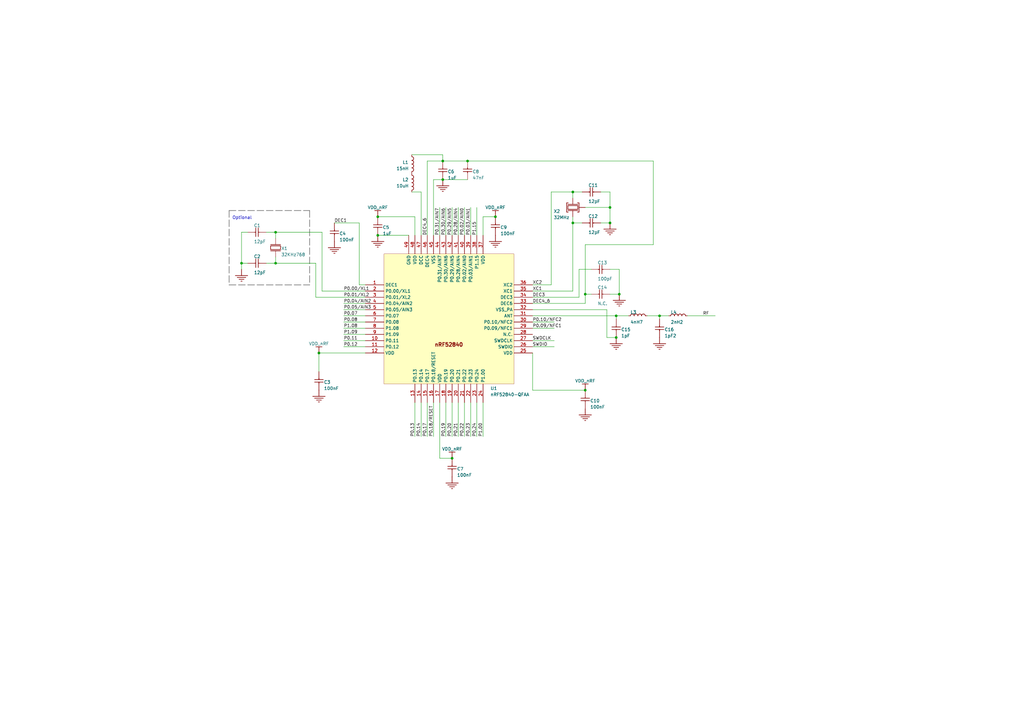
<source format=kicad_sch>
(kicad_sch (version 20231120) (generator "eeschema") (generator_version "8.0")
  (paper "A3")
  (lib_symbols
    (symbol "first_kicad_project-altium-import:GND_POWER_GROUND" (power)
      (property "Reference" "#PWR" (at 0 0 0))
      (property "Value" "GND" (at 0 6.35 0))
      (symbol "GND_POWER_GROUND_0_0"
        (polyline (pts (xy -2.54 -2.54) (xy 2.54 -2.54)) (stroke (width 0.254)))
        (polyline (pts (xy -1.778 -3.302) (xy 1.778 -3.302)) (stroke (width 0.254)))
        (polyline (pts (xy -1.016 -4.064) (xy 1.016 -4.064)) (stroke (width 0.254)))
        (polyline (pts (xy -0.254 -4.826) (xy 0.254 -4.826)) (stroke (width 0.254)))
        (polyline (pts (xy 0 0) (xy 0 -2.54)) (stroke (width 0.254)))
        (pin power_in line (at 0 0 0) (length 0) hide (name "GND") (number ""))
      )
    )
    (symbol "first_kicad_project-altium-import:VDD_nRF_BAR" (power)
      (property "Reference" "#PWR" (at 0 0 0))
      (property "Value" "VDD_nRF" (at 0 3.81 0))
      (symbol "VDD_nRF_BAR_0_0"
        (polyline (pts (xy -1.27 -2.54) (xy 1.27 -2.54)) (stroke (width 0.254)))
        (polyline (pts (xy 0 0) (xy 0 -2.54)) (stroke (width 0.254)))
        (pin power_in line (at 0 0 0) (length 0) hide (name "VDD_nRF") (number ""))
      )
    )
    (symbol "first_kicad_project-altium-import:root_0_CAP"
      (symbol "root_0_CAP_1_0"
        (polyline (pts (xy 3.302 -1.778) (xy 3.302 1.778)) (stroke (width 0.254)))
        (polyline (pts (xy 3.302 0) (xy 2.794 0)) (stroke (width 0.254)))
        (polyline (pts (xy 4.318 -1.778) (xy 4.318 1.778)) (stroke (width 0.254)))
        (polyline (pts (xy 4.318 0) (xy 4.826 0)) (stroke (width 0.254)))
        (pin passive line (at 0 0 0) (length 3.302) (name "1") (number "1"))
        (pin passive line (at 7.62 0 180) (length 3.302) (name "2") (number "2"))
      )
    )
    (symbol "first_kicad_project-altium-import:root_0_IND"
      (symbol "root_0_IND_1_0"
        (arc (start 2.286 0) (mid 1.524 0.762) (end 0.762 0) (stroke (width 0.254)))
        (arc (start 3.81 0) (mid 3.048 0.762) (end 2.286 0) (stroke (width 0.254)))
        (arc (start 5.334 0) (mid 4.572 0.762) (end 3.81 0) (stroke (width 0.254)))
        (arc (start 6.858 0) (mid 6.096 0.762) (end 5.334 0) (stroke (width 0.254)))
        (pin passive line (at 0 0 0) (length 0.762) (name "1") (number "1"))
        (pin passive line (at 7.62 0 180) (length 0.762) (name "2") (number "2"))
      )
    )
    (symbol "first_kicad_project-altium-import:root_0_nRF52840_QFAA"
      (symbol "root_0_nRF52840_QFAA_1_0"
        (rectangle (start 53.34 53.34) (end 0 0) (stroke (width 0.0254) (color 128 0 0 1)) (fill (type background)))
        (text "nRF52840" (at 20.681 15.24 0) (effects (font (size 1.524 1.524) (bold yes)) (justify left bottom)))
        (pin power_in line (at -7.62 40.64 0) (length 7.62) (name "DEC1") (number "1"))
        (pin bidirectional line (at -7.62 17.78 0) (length 7.62) (name "P0.11") (number "10"))
        (pin bidirectional line (at -7.62 15.24 0) (length 7.62) (name "P0.12") (number "11"))
        (pin power_in line (at -7.62 12.7 0) (length 7.62) (name "VDD") (number "12"))
        (pin bidirectional line (at 12.7 -7.62 90) (length 7.62) (name "P0.13") (number "13"))
        (pin bidirectional line (at 15.24 -7.62 90) (length 7.62) (name "P0.14") (number "14"))
        (pin bidirectional line (at 17.78 -7.62 90) (length 7.62) (name "P0.17") (number "15"))
        (pin bidirectional line (at 20.32 -7.62 90) (length 7.62) (name "P0.18/RESET") (number "16"))
        (pin power_in line (at 22.86 -7.62 90) (length 7.62) (name "VDD") (number "17"))
        (pin bidirectional line (at 25.4 -7.62 90) (length 7.62) (name "P0.19") (number "18"))
        (pin bidirectional line (at 27.94 -7.62 90) (length 7.62) (name "P0.20") (number "19"))
        (pin bidirectional line (at -7.62 38.1 0) (length 7.62) (name "P0.00/XL1") (number "2"))
        (pin bidirectional line (at 30.48 -7.62 90) (length 7.62) (name "P0.21") (number "20"))
        (pin bidirectional line (at 33.02 -7.62 90) (length 7.62) (name "P0.22") (number "21"))
        (pin bidirectional line (at 35.56 -7.62 90) (length 7.62) (name "P0.23") (number "22"))
        (pin bidirectional line (at 38.1 -7.62 90) (length 7.62) (name "P0.24") (number "23"))
        (pin bidirectional line (at 40.64 -7.62 90) (length 7.62) (name "P1.00") (number "24"))
        (pin power_in line (at 60.96 12.7 180) (length 7.62) (name "VDD") (number "25"))
        (pin input line (at 60.96 15.24 180) (length 7.62) (name "SWDIO") (number "26"))
        (pin bidirectional line (at 60.96 17.78 180) (length 7.62) (name "SWDCLK") (number "27"))
        (pin passive line (at 60.96 20.32 180) (length 7.62) (name "N.C.") (number "28"))
        (pin bidirectional line (at 60.96 22.86 180) (length 7.62) (name "P0.09/NFC1") (number "29"))
        (pin bidirectional line (at -7.62 35.56 0) (length 7.62) (name "P0.01/XL2") (number "3"))
        (pin bidirectional line (at 60.96 25.4 180) (length 7.62) (name "P0.10/NFC2") (number "30"))
        (pin bidirectional line (at 60.96 27.94 180) (length 7.62) (name "ANT") (number "31"))
        (pin power_in line (at 60.96 30.48 180) (length 7.62) (name "VSS_PA") (number "32"))
        (pin power_in line (at 60.96 33.02 180) (length 7.62) (name "DEC6") (number "33"))
        (pin power_in line (at 60.96 35.56 180) (length 7.62) (name "DEC3") (number "34"))
        (pin input line (at 60.96 38.1 180) (length 7.62) (name "XC1") (number "35"))
        (pin output line (at 60.96 40.64 180) (length 7.62) (name "XC2") (number "36"))
        (pin power_in line (at 40.64 60.96 270) (length 7.62) (name "VDD") (number "37"))
        (pin bidirectional line (at 38.1 60.96 270) (length 7.62) (name "P1.15") (number "38"))
        (pin bidirectional line (at 35.56 60.96 270) (length 7.62) (name "P0.03/AIN1") (number "39"))
        (pin bidirectional line (at -7.62 33.02 0) (length 7.62) (name "P0.04/AIN2") (number "4"))
        (pin bidirectional line (at 33.02 60.96 270) (length 7.62) (name "P0.02/AIN0") (number "40"))
        (pin bidirectional line (at 30.48 60.96 270) (length 7.62) (name "P0.28/AIN4") (number "41"))
        (pin bidirectional line (at 27.94 60.96 270) (length 7.62) (name "P0.29/AIN5") (number "42"))
        (pin bidirectional line (at 25.4 60.96 270) (length 7.62) (name "P0.30/AIN6") (number "43"))
        (pin bidirectional line (at 22.86 60.96 270) (length 7.62) (name "P0.31/AIN7") (number "44"))
        (pin power_in line (at 20.32 60.96 270) (length 7.62) (name "VSS") (number "45"))
        (pin power_in line (at 17.78 60.96 270) (length 7.62) (name "DEC4") (number "46"))
        (pin output line (at 15.24 60.96 270) (length 7.62) (name "DCC") (number "47"))
        (pin power_in line (at 12.7 60.96 270) (length 7.62) (name "VDD") (number "48"))
        (pin power_in line (at -7.62 -7.62 0) (length 7.62) hide (name "GND") (number "49"))
        (pin power_in line (at 10.16 60.96 270) (length 7.62) (name "GND") (number "49"))
        (pin bidirectional line (at -7.62 30.48 0) (length 7.62) (name "P0.05/AIN3") (number "5"))
        (pin bidirectional line (at -7.62 27.94 0) (length 7.62) (name "P0.07") (number "6"))
        (pin bidirectional line (at -7.62 25.4 0) (length 7.62) (name "P0.08") (number "7"))
        (pin bidirectional line (at -7.62 22.86 0) (length 7.62) (name "P1.08") (number "8"))
        (pin bidirectional line (at -7.62 20.32 0) (length 7.62) (name "P1.09") (number "9"))
      )
    )
    (symbol "first_kicad_project-altium-import:root_1_CAP"
      (symbol "root_1_CAP_1_0"
        (polyline (pts (xy 0 3.302) (xy 0 2.794)) (stroke (width 0.254)))
        (polyline (pts (xy 0 4.318) (xy 0 4.826)) (stroke (width 0.254)))
        (polyline (pts (xy 1.778 3.302) (xy -1.778 3.302)) (stroke (width 0.254)))
        (polyline (pts (xy 1.778 4.318) (xy -1.778 4.318)) (stroke (width 0.254)))
        (pin passive line (at 0 0 90) (length 3.302) (name "1") (number "1"))
        (pin passive line (at 0 7.62 270) (length 3.302) (name "2") (number "2"))
      )
    )
    (symbol "first_kicad_project-altium-import:root_1_XTAL_4-pin_NT"
      (symbol "root_1_XTAL_4-pin_NT_1_0"
        (polyline (pts (xy -2.032 2.54) (xy 2.032 2.54)) (stroke (width 0.254)))
        (polyline (pts (xy -2.032 5.08) (xy 2.032 5.08)) (stroke (width 0.254)))
        (polyline (pts (xy -1.905 1.905) (xy -2.54 1.905) (xy -2.54 5.715) (xy -1.905 5.715)) (stroke (width 0.254)))
        (polyline (pts (xy 1.905 1.905) (xy 2.54 1.905) (xy 2.54 5.715) (xy 1.905 5.715)) (stroke (width 0.254)))
        (polyline (pts (xy 2.032 4.572) (xy -2.032 4.572) (xy -2.032 3.048) (xy 2.032 3.048) (xy 2.032 4.572)) (stroke (width 0.254)))
        (pin passive line (at 0 0 90) (length 2.54) (name "IN") (number "1"))
        (pin passive line (at 5.08 3.81 180) (length 2.54) (name "GND") (number "2"))
        (pin passive line (at 0 7.62 270) (length 2.54) (name "OUT") (number "3"))
      )
    )
    (symbol "first_kicad_project-altium-import:root_2_CAP"
      (symbol "root_2_CAP_1_0"
        (polyline (pts (xy -4.318 0) (xy -4.826 0)) (stroke (width 0.254)))
        (polyline (pts (xy -4.318 1.778) (xy -4.318 -1.778)) (stroke (width 0.254)))
        (polyline (pts (xy -3.302 0) (xy -2.794 0)) (stroke (width 0.254)))
        (polyline (pts (xy -3.302 1.778) (xy -3.302 -1.778)) (stroke (width 0.254)))
        (pin passive line (at 0 0 180) (length 3.302) (name "1") (number "1"))
        (pin passive line (at -7.62 0 0) (length 3.302) (name "2") (number "2"))
      )
    )
    (symbol "first_kicad_project-altium-import:root_3_CAP"
      (symbol "root_3_CAP_1_0"
        (polyline (pts (xy -1.778 -4.318) (xy 1.778 -4.318)) (stroke (width 0.254)))
        (polyline (pts (xy -1.778 -3.302) (xy 1.778 -3.302)) (stroke (width 0.254)))
        (polyline (pts (xy 0 -4.318) (xy 0 -4.826)) (stroke (width 0.254)))
        (polyline (pts (xy 0 -3.302) (xy 0 -2.794)) (stroke (width 0.254)))
        (pin passive line (at 0 0 270) (length 3.302) (name "1") (number "1"))
        (pin passive line (at 0 -7.62 90) (length 3.302) (name "2") (number "2"))
      )
    )
    (symbol "first_kicad_project-altium-import:root_3_IND"
      (symbol "root_3_IND_1_0"
        (arc (start 0 -6.858) (mid 0.762 -6.096) (end 0 -5.334) (stroke (width 0.254)))
        (arc (start 0 -5.334) (mid 0.762 -4.572) (end 0 -3.81) (stroke (width 0.254)))
        (arc (start 0 -3.81) (mid 0.762 -3.048) (end 0 -2.286) (stroke (width 0.254)))
        (arc (start 0 -2.286) (mid 0.762 -1.524) (end 0 -0.762) (stroke (width 0.254)))
        (pin passive line (at 0 0 270) (length 0.762) (name "1") (number "1"))
        (pin passive line (at 0 -7.62 90) (length 0.762) (name "2") (number "2"))
      )
    )
    (symbol "first_kicad_project-altium-import:root_3_XTAL_2-pin"
      (symbol "root_3_XTAL_2-pin_1_0"
        (polyline (pts (xy 2.032 -5.08) (xy -2.032 -5.08)) (stroke (width 0.254)))
        (polyline (pts (xy 2.032 -2.54) (xy -2.032 -2.54)) (stroke (width 0.254)))
        (polyline (pts (xy -2.032 -4.572) (xy 2.032 -4.572) (xy 2.032 -3.048) (xy -2.032 -3.048) (xy -2.032 -4.572)) (stroke (width 0.254)))
        (pin passive line (at 0 0 270) (length 2.54) (name "inp") (number "1"))
        (pin passive line (at 0 -7.62 90) (length 2.54) (name "out") (number "2"))
      )
    )
  )
  (junction (at 252.73 138.43))
  (junction (at 113.03 107.95))
  (junction (at 191.77 66.04))
  (junction (at 99.06 107.95))
  (junction (at 185.42 187.96))
  (junction (at 154.94 88.9))
  (junction (at 234.95 91.44))
  (junction (at 250.19 85.09))
  (junction (at 181.61 73.66))
  (junction (at 234.95 78.74))
  (junction (at 240.03 160.02))
  (junction (at 254 120.65))
  (junction (at 154.94 96.52))
  (junction (at 130.81 144.78))
  (junction (at 252.73 129.54))
  (junction (at 113.03 95.25))
  (junction (at 240.03 120.65))
  (junction (at 270.51 129.54))
  (junction (at 250.19 91.44))
  (junction (at 203.2 88.9))
  (junction (at 181.61 66.04))
  (wire (pts (xy 226.06 78.74) (xy 234.95 78.74)))
  (wire (pts (xy 250.19 78.74) (xy 246.38 78.74)))
  (wire (pts (xy 182.88 96.52) (xy 182.88 85.09)))
  (polyline (pts (xy 93.98 86.36) (xy 93.98 116.84)) (stroke (width 0.254) (type dash) (color 112 112 112 1)))
  (wire (pts (xy 175.26 96.52) (xy 175.26 66.04)))
  (wire (pts (xy 132.08 95.25) (xy 113.03 95.25)))
  (polyline (pts (xy 93.98 116.84) (xy 127 116.84)) (stroke (width 0.254) (type dash) (color 112 112 112 1)))
  (wire (pts (xy 237.49 110.49) (xy 242.57 110.49)))
  (wire (pts (xy 181.61 73.66) (xy 191.77 73.66)))
  (wire (pts (xy 237.49 121.92) (xy 237.49 110.49)))
  (wire (pts (xy 218.44 134.62) (xy 227.33 134.62)))
  (wire (pts (xy 254 110.49) (xy 250.19 110.49)))
  (wire (pts (xy 172.72 96.52) (xy 172.72 78.74)))
  (wire (pts (xy 154.94 88.9) (xy 170.18 88.9)))
  (wire (pts (xy 190.5 179.07) (xy 190.5 165.1)))
  (wire (pts (xy 132.08 119.38) (xy 132.08 95.25)))
  (wire (pts (xy 234.95 91.44) (xy 234.95 119.38)))
  (wire (pts (xy 218.44 116.84) (xy 226.06 116.84)))
  (wire (pts (xy 238.76 91.44) (xy 234.95 91.44)))
  (wire (pts (xy 242.57 120.65) (xy 240.03 120.65)))
  (wire (pts (xy 175.26 179.07) (xy 175.26 165.1)))
  (wire (pts (xy 182.88 179.07) (xy 182.88 165.1)))
  (wire (pts (xy 281.94 129.54) (xy 293.37 129.54)))
  (wire (pts (xy 149.86 132.08) (xy 140.97 132.08)))
  (wire (pts (xy 185.42 187.96) (xy 180.34 187.96)))
  (wire (pts (xy 270.51 129.54) (xy 270.51 130.81)))
  (wire (pts (xy 198.12 179.07) (xy 198.12 165.1)))
  (wire (pts (xy 181.61 66.04) (xy 181.61 63.5)))
  (wire (pts (xy 185.42 179.07) (xy 185.42 165.1)))
  (polyline (pts (xy 93.98 86.36) (xy 127 86.36)) (stroke (width 0.254) (type dash) (color 112 112 112 1)))
  (wire (pts (xy 218.44 160.02) (xy 240.03 160.02)))
  (wire (pts (xy 99.06 110.49) (xy 99.06 107.95)))
  (wire (pts (xy 149.86 142.24) (xy 140.97 142.24)))
  (wire (pts (xy 185.42 96.52) (xy 185.42 85.09)))
  (wire (pts (xy 172.72 78.74) (xy 168.91 78.74)))
  (wire (pts (xy 270.51 129.54) (xy 274.32 129.54)))
  (wire (pts (xy 267.97 100.33) (xy 240.03 100.33)))
  (wire (pts (xy 109.22 107.95) (xy 113.03 107.95)))
  (wire (pts (xy 218.44 121.92) (xy 237.49 121.92)))
  (wire (pts (xy 265.43 129.54) (xy 270.51 129.54)))
  (wire (pts (xy 113.03 107.95) (xy 129.54 107.95)))
  (wire (pts (xy 234.95 78.74) (xy 238.76 78.74)))
  (wire (pts (xy 147.32 116.84) (xy 149.86 116.84)))
  (wire (pts (xy 195.58 179.07) (xy 195.58 165.1)))
  (wire (pts (xy 252.73 129.54) (xy 252.73 130.81)))
  (wire (pts (xy 218.44 139.7) (xy 227.33 139.7)))
  (wire (pts (xy 193.04 179.07) (xy 193.04 165.1)))
  (polyline (pts (xy 127 86.36) (xy 127 116.84)) (stroke (width 0.254) (type dash) (color 112 112 112 1)))
  (wire (pts (xy 218.44 127) (xy 248.92 127)))
  (wire (pts (xy 113.03 97.79) (xy 113.03 95.25)))
  (wire (pts (xy 187.96 96.52) (xy 187.96 85.09)))
  (wire (pts (xy 149.86 137.16) (xy 140.97 137.16)))
  (wire (pts (xy 180.34 96.52) (xy 180.34 85.09)))
  (wire (pts (xy 149.86 129.54) (xy 140.97 129.54)))
  (wire (pts (xy 149.86 134.62) (xy 140.97 134.62)))
  (wire (pts (xy 129.54 107.95) (xy 129.54 121.92)))
  (wire (pts (xy 240.03 85.09) (xy 250.19 85.09)))
  (wire (pts (xy 99.06 107.95) (xy 101.6 107.95)))
  (wire (pts (xy 113.03 95.25) (xy 109.22 95.25)))
  (wire (pts (xy 248.92 127) (xy 248.92 138.43)))
  (wire (pts (xy 170.18 179.07) (xy 170.18 165.1)))
  (wire (pts (xy 254 120.65) (xy 254 110.49)))
  (wire (pts (xy 177.8 73.66) (xy 181.61 73.66)))
  (wire (pts (xy 149.86 144.78) (xy 130.81 144.78)))
  (wire (pts (xy 187.96 179.07) (xy 187.96 165.1)))
  (wire (pts (xy 248.92 138.43) (xy 252.73 138.43)))
  (wire (pts (xy 149.86 124.46) (xy 140.97 124.46)))
  (wire (pts (xy 234.95 119.38) (xy 218.44 119.38)))
  (wire (pts (xy 250.19 85.09) (xy 250.19 78.74)))
  (wire (pts (xy 257.81 129.54) (xy 252.73 129.54)))
  (wire (pts (xy 246.38 91.44) (xy 250.19 91.44)))
  (wire (pts (xy 147.32 91.44) (xy 147.32 116.84)))
  (wire (pts (xy 240.03 100.33) (xy 240.03 120.65)))
  (wire (pts (xy 181.61 63.5) (xy 168.91 63.5)))
  (wire (pts (xy 240.03 120.65) (xy 240.03 124.46)))
  (wire (pts (xy 191.77 66.04) (xy 267.97 66.04)))
  (wire (pts (xy 149.86 127) (xy 140.97 127)))
  (wire (pts (xy 99.06 95.25) (xy 101.6 95.25)))
  (wire (pts (xy 177.8 96.52) (xy 177.8 73.66)))
  (wire (pts (xy 181.61 66.04) (xy 191.77 66.04)))
  (wire (pts (xy 218.44 142.24) (xy 227.33 142.24)))
  (wire (pts (xy 149.86 119.38) (xy 132.08 119.38)))
  (wire (pts (xy 234.95 88.9) (xy 234.95 91.44)))
  (wire (pts (xy 180.34 187.96) (xy 180.34 165.1)))
  (wire (pts (xy 267.97 66.04) (xy 267.97 100.33)))
  (wire (pts (xy 130.81 144.78) (xy 130.81 152.4)))
  (wire (pts (xy 129.54 121.92) (xy 149.86 121.92)))
  (wire (pts (xy 167.64 96.52) (xy 154.94 96.52)))
  (wire (pts (xy 198.12 88.9) (xy 203.2 88.9)))
  (wire (pts (xy 99.06 107.95) (xy 99.06 95.25)))
  (wire (pts (xy 177.8 179.07) (xy 177.8 165.1)))
  (wire (pts (xy 226.06 116.84) (xy 226.06 78.74)))
  (wire (pts (xy 250.19 120.65) (xy 254 120.65)))
  (wire (pts (xy 113.03 107.95) (xy 113.03 105.41)))
  (wire (pts (xy 193.04 85.09) (xy 193.04 96.52)))
  (wire (pts (xy 240.03 124.46) (xy 218.44 124.46)))
  (wire (pts (xy 175.26 66.04) (xy 181.61 66.04)))
  (wire (pts (xy 195.58 96.52) (xy 195.58 85.09)))
  (wire (pts (xy 252.73 129.54) (xy 218.44 129.54)))
  (wire (pts (xy 250.19 91.44) (xy 250.19 85.09)))
  (wire (pts (xy 137.16 91.44) (xy 147.32 91.44)))
  (wire (pts (xy 218.44 144.78) (xy 218.44 160.02)))
  (wire (pts (xy 170.18 88.9) (xy 170.18 96.52)))
  (wire (pts (xy 149.86 139.7) (xy 140.97 139.7)))
  (wire (pts (xy 172.72 179.07) (xy 172.72 165.1)))
  (wire (pts (xy 190.5 96.52) (xy 190.5 85.09)))
  (wire (pts (xy 198.12 96.52) (xy 198.12 88.9)))
  (wire (pts (xy 218.44 132.08) (xy 227.33 132.08)))
  (wire (pts (xy 234.95 78.74) (xy 234.95 81.28)))
  (image (at 184.15 130.084) (scale 0.116334))
  (text "Optional" (at 95.25 90.17 0) (effects (font (size 1.27 1.27)) (justify left bottom)))
  (label "P0.31/AIN7" (at 180.34 96.52 90))
  (label "DEC4_6" (at 175.26 96.52 90))
  (label "P0.17" (at 175.26 179.07 90))
  (label "P0.13" (at 170.18 179.07 90))
  (label "P0.02/AIN0" (at 190.5 96.52 90))
  (label "P0.08" (at 140.97 132.08 0))
  (label "P0.01/XL2" (at 140.97 121.92 0))
  (label "P0.03/AIN1" (at 193.04 96.52 90))
  (label "DEC1" (at 137.16 91.44 0))
  (label "P1.15" (at 195.58 96.52 90))
  (label "P0.23" (at 193.04 179.07 90))
  (label "DEC3" (at 218.44 121.92 0))
  (label "P0.14" (at 172.72 179.07 90))
  (label "P0.30/AIN6" (at 182.88 96.52 90))
  (label "P0.05/AIN3" (at 140.97 127 0))
  (label "P1.09" (at 140.97 137.16 0))
  (label "P0.07" (at 140.97 129.54 0))
  (label "P0.24" (at 195.58 179.07 90))
  (label "P0.22" (at 190.5 179.07 90))
  (label "P0.00/XL1" (at 140.97 119.38 0))
  (label "P0.18/RESET" (at 177.8 179.07 90))
  (label "P0.21" (at 187.96 179.07 90))
  (label "SWDIO" (at 218.44 142.24 0))
  (label "P0.09/NFC1" (at 218.44 134.62 0))
  (label "P0.04/AIN2" (at 140.97 124.46 0))
  (label "XC1" (at 218.44 119.38 0))
  (label "P0.11" (at 140.97 139.7 0))
  (label "P1.00" (at 198.12 179.07 90))
  (label "DEC4_6" (at 218.44 124.46 0))
  (label "P0.20" (at 185.42 179.07 90))
  (label "P0.29/AIN5" (at 185.42 96.52 90))
  (label "XC2" (at 218.44 116.84 0))
  (label "P0.28/AIN4" (at 187.96 96.52 90))
  (label "RF" (at 288.29 129.54 0))
  (label "SWDCLK" (at 218.44 139.7 0))
  (label "P0.19" (at 182.88 179.07 90))
  (label "P0.12" (at 140.97 142.24 0))
  (label "P0.10/NFC2" (at 218.44 132.08 0))
  (label "P1.08" (at 140.97 134.62 0))
  (symbol (lib_id "first_kicad_project-altium-import:GND_POWER_GROUND") (at 154.94 96.52 0) (unit 1)
    (property "Reference" "#PWR06" (effects (hide yes)))
    (property "Value" "GND" (effects (hide yes)))
  )
  (symbol (lib_id "first_kicad_project-altium-import:root_3_CAP") (at 154.94 88.9 0) (unit 1)
    (property "Reference" "C5" (at 156.972 93.98 0) (effects (justify left bottom)))
    (property "Value" "1uF" (at 156.972 96.52 0) (effects (justify left bottom)))
    (property "Footprint" "CAPC1005X04L" (effects (hide yes)))
    (property "Description" "Capacitor, X5R, ±10%" (effects (hide yes)))
    (property "PART NUMBER" "C0402-1µ0" (effects (hide yes)))
    (property "LATESTREVISIONDATE" "2016-08-22" (effects (hide yes)))
    (property "PUBLISHED" "2009-05-08" (effects (hide yes)))
    (property "ALTIUM_VALUE" "1.0µF" (effects (hide yes)))
    (property "FOOTPRINT DOC" "0402" (effects (hide yes)))
    (property "COMPONENT CLASS" "Capacitors" (effects (hide yes)))
    (property "PAD COUNT" "2" (effects (hide yes)))
  )
  (symbol (lib_id "first_kicad_project-altium-import:root_1_CAP") (at 252.73 138.43 0) (unit 1)
    (property "Reference" "C15" (at 254.762 135.89 0) (effects (justify left bottom)))
    (property "Value" "1pF" (at 254.762 138.43 0) (effects (justify left bottom)))
    (property "Footprint" "Capacitor_SMD:C_0603_1608Metric_Pad1.08x0.95mm_HandSolder" (effects (hide yes)))
    (property "Description" "Capacitor, NP0, ±10%" (effects (hide yes)))
    (property "PART NUMBER" "C0201-1.0p" (effects (hide yes)))
    (property "LATESTREVISIONDATE" "2018-10-22" (effects (hide yes)))
    (property "PUBLISHED" "2014-11-13" (effects (hide yes)))
    (property "ALTIUM_VALUE" "1.0pF" (effects (hide yes)))
    (property "FOOTPRINT DOC" "0201" (effects (hide yes)))
    (property "COMPONENT CLASS" "Capacitors" (effects (hide yes)))
    (property "PAD COUNT" "2" (effects (hide yes)))
  )
  (symbol (lib_id "first_kicad_project-altium-import:root_0_CAP") (at 242.57 110.49 0) (unit 1)
    (property "Reference" "C13" (at 245.11 108.458 0) (effects (justify left bottom)))
    (property "Value" "100pF" (at 245.11 115.062 0) (effects (justify left bottom)))
    (property "Footprint" "Capacitor_SMD:C_0603_1608Metric_Pad1.08x0.95mm_HandSolder" (effects (hide yes)))
    (property "Description" "Capacitor, NP0, ±5%" (effects (hide yes)))
    (property "PART NUMBER" "C0201-100p" (effects (hide yes)))
    (property "LATESTREVISIONDATE" "2019-04-16" (effects (hide yes)))
    (property "PUBLISHED" "2019-04-16" (effects (hide yes)))
    (property "ALTIUM_VALUE" "100pF" (effects (hide yes)))
    (property "FOOTPRINT DOC" "0201" (effects (hide yes)))
    (property "COMPONENT CLASS" "Capacitors" (effects (hide yes)))
    (property "PAD COUNT" "2" (effects (hide yes)))
  )
  (symbol (lib_id "first_kicad_project-altium-import:root_1_CAP") (at 181.61 73.66 0) (unit 1)
    (property "Reference" "C6" (at 183.642 71.12 0) (effects (justify left bottom)))
    (property "Value" "1uF" (at 183.642 73.66 0) (effects (justify left bottom)))
    (property "Footprint" "Capacitor_SMD:C_0603_1608Metric_Pad1.08x0.95mm_HandSolder" (effects (hide yes)))
    (property "Description" "Capacitor, X5R, ±10%" (effects (hide yes)))
    (property "PART NUMBER" "C0402-1µ0" (effects (hide yes)))
    (property "LATESTREVISIONDATE" "2016-08-22" (effects (hide yes)))
    (property "PUBLISHED" "2009-05-08" (effects (hide yes)))
    (property "ALTIUM_VALUE" "1.0µF" (effects (hide yes)))
    (property "FOOTPRINT DOC" "0402" (effects (hide yes)))
    (property "COMPONENT CLASS" "Capacitors" (effects (hide yes)))
    (property "PAD COUNT" "2" (effects (hide yes)))
  )
  (symbol (lib_id "first_kicad_project-altium-import:root_3_XTAL_2-pin") (at 113.03 97.79 0) (unit 1)
    (property "Reference" "X1" (at 115.316 102.616 0) (effects (justify left bottom)))
    (property "Value" "32KHz768" (at 115.316 105.156 0) (effects (justify left bottom)))
    (property "Footprint" "XTAL_2012" (effects (hide yes)))
    (property "Description" "XTAL SMD 2012, 32.768kHz, Cl=9pF, Total Tol: ±50ppm" (effects (hide yes)))
    (property "PART NUMBER" "XTAL_SMD2012_32.768kHz_9pF_General" (effects (hide yes)))
    (property "LATESTREVISIONDATE" "2017-01-11" (effects (hide yes)))
    (property "PUBLISHED" "2016-08-19" (effects (hide yes)))
    (property "ALTIUM_VALUE" "32.768kHz" (effects (hide yes)))
    (property "FOOTPRINT DOC" "XTAL_2012" (effects (hide yes)))
    (property "COMPONENT CLASS" "Oscillators" (effects (hide yes)))
    (property "PAD COUNT" "2" (effects (hide yes)))
  )
  (symbol (lib_id "first_kicad_project-altium-import:VDD_nRF_BAR") (at 154.94 88.9 180) (unit 1)
    (property "Reference" "#PWR05" (effects (hide yes)))
    (property "Value" "VDD_nRF" (at 154.94 85.09 0))
  )
  (symbol (lib_id "first_kicad_project-altium-import:GND_POWER_GROUND") (at 99.06 110.49 0) (unit 1)
    (property "Reference" "#PWR01" (effects (hide yes)))
    (property "Value" "GND" (effects (hide yes)))
  )
  (symbol (lib_id "first_kicad_project-altium-import:GND_POWER_GROUND") (at 181.61 73.66 0) (unit 1)
    (property "Reference" "#PWR07" (effects (hide yes)))
    (property "Value" "GND" (effects (hide yes)))
  )
  (symbol (lib_id "first_kicad_project-altium-import:VDD_nRF_BAR") (at 203.2 88.9 180) (unit 1)
    (property "Reference" "#PWR010" (effects (hide yes)))
    (property "Value" "VDD_nRF" (at 203.2 85.09 0))
  )
  (symbol (lib_id "first_kicad_project-altium-import:root_2_CAP") (at 109.22 107.95 0) (unit 1)
    (property "Reference" "C2" (at 104.14 105.918 0) (effects (justify left bottom)))
    (property "Value" "12pF" (at 104.14 112.522 0) (effects (justify left bottom)))
    (property "Footprint" "Capacitor_SMD:C_0603_1608Metric_Pad1.08x0.95mm_HandSolder" (effects (hide yes)))
    (property "Description" "Capacitor, NP0, ±2%" (effects (hide yes)))
    (property "PART NUMBER" "C0201-12p" (effects (hide yes)))
    (property "LATESTREVISIONDATE" "2017-11-09" (effects (hide yes)))
    (property "PUBLISHED" "2014-11-13" (effects (hide yes)))
    (property "ALTIUM_VALUE" "12pF" (effects (hide yes)))
    (property "FOOTPRINT DOC" "0201" (effects (hide yes)))
    (property "COMPONENT CLASS" "Capacitors" (effects (hide yes)))
    (property "PAD COUNT" "2" (effects (hide yes)))
  )
  (symbol (lib_id "first_kicad_project-altium-import:root_3_CAP") (at 203.2 88.9 0) (unit 1)
    (property "Reference" "C9" (at 205.232 93.98 0) (effects (justify left bottom)))
    (property "Value" "100nF" (at 205.232 96.52 0) (effects (justify left bottom)))
    (property "Footprint" "Capacitor_SMD:C_0603_1608Metric_Pad1.08x0.95mm_HandSolder" (effects (hide yes)))
    (property "Description" "Capacitor, X5R, ±10%" (effects (hide yes)))
    (property "PART NUMBER" "C0201-100n" (effects (hide yes)))
    (property "LATESTREVISIONDATE" "2017-11-09" (effects (hide yes)))
    (property "PUBLISHED" "2014-11-13" (effects (hide yes)))
    (property "ALTIUM_VALUE" "100nF" (effects (hide yes)))
    (property "FOOTPRINT DOC" "0201" (effects (hide yes)))
    (property "COMPONENT CLASS" "Capacitors" (effects (hide yes)))
    (property "PAD COUNT" "2" (effects (hide yes)))
  )
  (symbol (lib_id "first_kicad_project-altium-import:root_2_CAP") (at 250.19 120.65 0) (unit 1)
    (property "Reference" "C14" (at 245.11 118.618 0) (effects (justify left bottom)))
    (property "Value" "${ALTIUM_VALUE}" (at 245.11 125.222 0) (effects (justify left bottom)))
    (property "Footprint" "Capacitor_SMD:C_0603_1608Metric_Pad1.08x0.95mm_HandSolder" (effects (hide yes)))
    (property "Description" "Not mounted" (effects (hide yes)))
    (property "PART NUMBER" "C0201-N.C." (effects (hide yes)))
    (property "LATESTREVISIONDATE" "2014-11-13" (effects (hide yes)))
    (property "PUBLISHED" "2014-11-13" (effects (hide yes)))
    (property "ALTIUM_VALUE" "N.C." (effects (hide yes)))
    (property "FOOTPRINT DOC" "0201" (effects (hide yes)))
    (property "ASSEMBLY" "Not mounted" (effects (hide yes)))
    (property "COMPONENT CLASS" "Capacitors" (effects (hide yes)))
    (property "PAD COUNT" "2" (effects (hide yes)))
  )
  (symbol (lib_id "first_kicad_project-altium-import:VDD_nRF_BAR") (at 240.03 160.02 180) (unit 1)
    (property "Reference" "#PWR012" (effects (hide yes)))
    (property "Value" "VDD_nRF" (at 240.03 156.21 0))
  )
  (symbol (lib_id "first_kicad_project-altium-import:root_3_CAP") (at 137.16 91.44 0) (unit 1)
    (property "Reference" "C4" (at 139.192 96.52 0) (effects (justify left bottom)))
    (property "Value" "100nF" (at 139.192 99.06 0) (effects (justify left bottom)))
    (property "Footprint" "Capacitor_SMD:C_0201_0603Metric_Pad0.64x0.40mm_HandSolder" (effects (hide yes)))
    (property "Description" "Capacitor, X5R, ±10%" (effects (hide yes)))
    (property "PART NUMBER" "C0201-100n" (effects (hide yes)))
    (property "LATESTREVISIONDATE" "2017-11-09" (effects (hide yes)))
    (property "PUBLISHED" "2014-11-13" (effects (hide yes)))
    (property "ALTIUM_VALUE" "100nF" (effects (hide yes)))
    (property "FOOTPRINT DOC" "0201" (effects (hide yes)))
    (property "COMPONENT CLASS" "Capacitors" (effects (hide yes)))
    (property "PAD COUNT" "2" (effects (hide yes)))
  )
  (symbol (lib_id "first_kicad_project-altium-import:root_0_IND") (at 257.81 129.54 0) (unit 1)
    (property "Reference" "L3" (at 258.572 128.778 0) (effects (justify left bottom)))
    (property "Value" "4nH7" (at 258.572 132.842 0) (effects (justify left bottom)))
    (property "Footprint" "Inductor_SMD:L_0603_1608Metric_Pad1.05x0.95mm_HandSolder" (effects (hide yes)))
    (property "Description" "High frequency chip inductor ±5%" (effects (hide yes)))
    (property "PART NUMBER" "L0201-4n7" (effects (hide yes)))
    (property "LATESTREVISIONDATE" "2013-04-10" (effects (hide yes)))
    (property "PUBLISHED" "2013-04-10" (effects (hide yes)))
    (property "ALTIUM_VALUE" "4.7nH" (effects (hide yes)))
    (property "FOOTPRINT DOC" "0201" (effects (hide yes)))
    (property "COMPONENT CLASS" "Inductors" (effects (hide yes)))
    (property "PAD COUNT" "2" (effects (hide yes)))
  )
  (symbol (lib_id "first_kicad_project-altium-import:root_3_CAP") (at 130.81 152.4 0) (unit 1)
    (property "Reference" "C3" (at 132.842 157.48 0) (effects (justify left bottom)))
    (property "Value" "100nF" (at 132.842 160.02 0) (effects (justify left bottom)))
    (property "Footprint" "Capacitor_SMD:C_0603_1608Metric_Pad1.08x0.95mm_HandSolder" (effects (hide yes)))
    (property "Description" "Capacitor, X5R, ±10%" (effects (hide yes)))
    (property "PART NUMBER" "C0201-100n" (effects (hide yes)))
    (property "LATESTREVISIONDATE" "2017-11-09" (effects (hide yes)))
    (property "PUBLISHED" "2014-11-13" (effects (hide yes)))
    (property "ALTIUM_VALUE" "100nF" (effects (hide yes)))
    (property "FOOTPRINT DOC" "0201" (effects (hide yes)))
    (property "COMPONENT CLASS" "Capacitors" (effects (hide yes)))
    (property "PAD COUNT" "2" (effects (hide yes)))
  )
  (symbol (lib_id "first_kicad_project-altium-import:root_3_IND") (at 168.91 71.12 0) (unit 1)
    (property "Reference" "L2" (at 165.1 74.422 0) (effects (justify left bottom)))
    (property "Value" "10uH" (at 162.56 76.962 0) (effects (justify left bottom)))
    (property "Footprint" "INDC1608X06L" (effects (hide yes)))
    (property "Description" "Chip inductor, IDC,min = 50 mA, ±20%" (effects (hide yes)))
    (property "PART NUMBER" "L0603-10µ-TDK" (effects (hide yes)))
    (property "LATESTREVISIONDATE" "2012-09-19" (effects (hide yes)))
    (property "PUBLISHED" "2019-05-06" (effects (hide yes)))
    (property "ALTIUM_VALUE" "10µH" (effects (hide yes)))
    (property "FOOTPRINT DOC" "0603" (effects (hide yes)))
    (property "COMPONENT CLASS" "Inductors" (effects (hide yes)))
    (property "PAD COUNT" "2" (effects (hide yes)))
  )
  (symbol (lib_id "first_kicad_project-altium-import:root_3_IND") (at 168.91 63.5 0) (unit 1)
    (property "Reference" "L1" (at 165.1 67.31 0) (effects (justify left bottom)))
    (property "Value" "15nH" (at 162.56 69.85 0) (effects (justify left bottom)))
    (property "Footprint" "INDC1005X04L" (effects (hide yes)))
    (property "Description" "High frequency chip inductor ±10%" (effects (hide yes)))
    (property "PART NUMBER" "L0402-15n" (effects (hide yes)))
    (property "LATESTREVISIONDATE" "2012-09-19" (effects (hide yes)))
    (property "PUBLISHED" "2010-07-12" (effects (hide yes)))
    (property "ALTIUM_VALUE" "15nH" (effects (hide yes)))
    (property "FOOTPRINT DOC" "0402" (effects (hide yes)))
    (property "COMPONENT CLASS" "Inductors" (effects (hide yes)))
    (property "PAD COUNT" "2" (effects (hide yes)))
  )
  (symbol (lib_id "first_kicad_project-altium-import:GND_POWER_GROUND") (at 270.51 138.43 0) (unit 1)
    (property "Reference" "#PWR017" (effects (hide yes)))
    (property "Value" "GND" (effects (hide yes)))
  )
  (symbol (lib_id "first_kicad_project-altium-import:GND_POWER_GROUND") (at 185.42 195.58 0) (unit 1)
    (property "Reference" "#PWR09" (effects (hide yes)))
    (property "Value" "GND" (effects (hide yes)))
  )
  (symbol (lib_id "first_kicad_project-altium-import:root_0_CAP") (at 238.76 91.44 0) (unit 1)
    (property "Reference" "C12" (at 241.3 89.408 0) (effects (justify left bottom)))
    (property "Value" "12pF" (at 241.3 96.012 0) (effects (justify left bottom)))
    (property "Footprint" "Capacitor_SMD:C_0603_1608Metric_Pad1.08x0.95mm_HandSolder" (effects (hide yes)))
    (property "Description" "Capacitor, NP0, ±2%" (effects (hide yes)))
    (property "PART NUMBER" "C0201-12p" (effects (hide yes)))
    (property "LATESTREVISIONDATE" "2017-11-09" (effects (hide yes)))
    (property "PUBLISHED" "2014-11-13" (effects (hide yes)))
    (property "ALTIUM_VALUE" "12pF" (effects (hide yes)))
    (property "FOOTPRINT DOC" "0201" (effects (hide yes)))
    (property "COMPONENT CLASS" "Capacitors" (effects (hide yes)))
    (property "PAD COUNT" "2" (effects (hide yes)))
  )
  (symbol (lib_id "first_kicad_project-altium-import:root_0_nRF52840_QFAA") (at 157.48 157.48 0) (unit 1)
    (property "Reference" "U1" (at 201.168 160.02 0) (effects (justify left bottom)))
    (property "Value" "${ALTIUM_VALUE}" (at 201.168 162.56 0) (effects (justify left bottom)))
    (property "Footprint" "QFN40P600X600X90-48N" (effects (hide yes)))
    (property "Description" "Multi-protocol Bluetooth Low Energy, IEEE 802.15.4, ANT and 2.4GHz proprietary system-on-chip" (effects (hide yes)))
    (property "PART NUMBER" "nRF52840-QFAA" (effects (hide yes)))
    (property "LATESTREVISIONDATE" "2016-11-22" (effects (hide yes)))
    (property "PUBLISHED" "2016-03-31" (effects (hide yes)))
    (property "ALTIUM_VALUE" "nRF52840-QFAA" (effects (hide yes)))
    (property "FOOTPRINT DOC" "QFN-48" (effects (hide yes)))
    (property "COMPONENT CLASS" "nRF_Devices" (effects (hide yes)))
    (property "PAD COUNT" "48" (effects (hide yes)))
  )
  (symbol (lib_id "first_kicad_project-altium-import:VDD_nRF_BAR") (at 185.42 187.96 180) (unit 1)
    (property "Reference" "#PWR08" (effects (hide yes)))
    (property "Value" "VDD_nRF" (at 185.42 184.15 0))
  )
  (symbol (lib_id "first_kicad_project-altium-import:GND_POWER_GROUND") (at 252.73 138.43 0) (unit 1)
    (property "Reference" "#PWR015" (effects (hide yes)))
    (property "Value" "GND" (effects (hide yes)))
  )
  (symbol (lib_id "first_kicad_project-altium-import:root_2_CAP") (at 109.22 95.25 0) (unit 1)
    (property "Reference" "C1" (at 104.14 93.218 0) (effects (justify left bottom)))
    (property "Value" "12pF" (at 104.14 99.822 0) (effects (justify left bottom)))
    (property "Footprint" "Capacitor_SMD:C_0603_1608Metric_Pad1.08x0.95mm_HandSolder" (effects (hide yes)))
    (property "Description" "Capacitor, NP0, ±2%" (effects (hide yes)))
    (property "PART NUMBER" "C0201-12p" (effects (hide yes)))
    (property "LATESTREVISIONDATE" "2017-11-09" (effects (hide yes)))
    (property "PUBLISHED" "2014-11-13" (effects (hide yes)))
    (property "ALTIUM_VALUE" "12pF" (effects (hide yes)))
    (property "FOOTPRINT DOC" "0201" (effects (hide yes)))
    (property "COMPONENT CLASS" "Capacitors" (effects (hide yes)))
    (property "PAD COUNT" "2" (effects (hide yes)))
  )
  (symbol (lib_id "first_kicad_project-altium-import:GND_POWER_GROUND") (at 254 120.65 0) (unit 1)
    (property "Reference" "#PWR016" (effects (hide yes)))
    (property "Value" "GND" (effects (hide yes)))
  )
  (symbol (lib_id "first_kicad_project-altium-import:root_3_CAP") (at 191.77 66.04 0) (unit 1)
    (property "Reference" "C8" (at 193.802 71.12 0) (effects (justify left bottom)))
    (property "Value" "47nF" (at 193.802 73.66 0) (effects (justify left bottom)))
    (property "Footprint" "CAPC0603X03L_C" (effects (hide yes)))
    (property "Description" "Capacitor, X5R, ±10%" (effects (hide yes)))
    (property "PART NUMBER" "C0201-47n" (effects (hide yes)))
    (property "LATESTREVISIONDATE" "2017-11-09" (effects (hide yes)))
    (property "PUBLISHED" "2014-11-13" (effects (hide yes)))
    (property "ALTIUM_VALUE" "47nF" (effects (hide yes)))
    (property "FOOTPRINT DOC" "0201" (effects (hide yes)))
    (property "COMPONENT CLASS" "Capacitors" (effects (hide yes)))
    (property "PAD COUNT" "2" (effects (hide yes)))
  )
  (symbol (lib_id "first_kicad_project-altium-import:GND_POWER_GROUND") (at 250.19 91.44 0) (unit 1)
    (property "Reference" "#PWR014" (effects (hide yes)))
    (property "Value" "GND" (effects (hide yes)))
  )
  (symbol (lib_id "first_kicad_project-altium-import:root_3_CAP") (at 185.42 187.96 0) (unit 1)
    (property "Reference" "C7" (at 187.452 193.04 0) (effects (justify left bottom)))
    (property "Value" "100nF" (at 187.452 195.58 0) (effects (justify left bottom)))
    (property "Footprint" "Capacitor_SMD:C_0603_1608Metric_Pad1.08x0.95mm_HandSolder" (effects (hide yes)))
    (property "Description" "Capacitor, X5R, ±10%" (effects (hide yes)))
    (property "PART NUMBER" "C0201-100n" (effects (hide yes)))
    (property "LATESTREVISIONDATE" "2017-11-09" (effects (hide yes)))
    (property "PUBLISHED" "2014-11-13" (effects (hide yes)))
    (property "ALTIUM_VALUE" "100nF" (effects (hide yes)))
    (property "FOOTPRINT DOC" "0201" (effects (hide yes)))
    (property "COMPONENT CLASS" "Capacitors" (effects (hide yes)))
    (property "PAD COUNT" "2" (effects (hide yes)))
  )
  (symbol (lib_id "first_kicad_project-altium-import:root_1_CAP") (at 270.51 138.43 0) (unit 1)
    (property "Reference" "C16" (at 272.542 135.89 0) (effects (justify left bottom)))
    (property "Value" "1pF2" (at 272.542 138.43 0) (effects (justify left bottom)))
    (property "Footprint" "Capacitor_SMD:C_0603_1608Metric_Pad1.08x0.95mm_HandSolder" (effects (hide yes)))
    (property "Description" "Capacitor, NP0, ±10%" (effects (hide yes)))
    (property "PART NUMBER" "C0201-1.2p" (effects (hide yes)))
    (property "LATESTREVISIONDATE" "2020-10-13" (effects (hide yes)))
    (property "PUBLISHED" "2014-11-13" (effects (hide yes)))
    (property "ALTIUM_VALUE" "1.2pF" (effects (hide yes)))
    (property "FOOTPRINT DOC" "0201" (effects (hide yes)))
    (property "COMPONENT CLASS" "Capacitors" (effects (hide yes)))
    (property "PAD COUNT" "2" (effects (hide yes)))
  )
  (symbol (lib_id "first_kicad_project-altium-import:GND_POWER_GROUND") (at 240.03 167.64 0) (unit 1)
    (property "Reference" "#PWR013" (effects (hide yes)))
    (property "Value" "GND" (effects (hide yes)))
  )
  (symbol (lib_id "first_kicad_project-altium-import:GND_POWER_GROUND") (at 203.2 96.52 0) (unit 1)
    (property "Reference" "#PWR011" (effects (hide yes)))
    (property "Value" "GND" (effects (hide yes)))
  )
  (symbol (lib_id "first_kicad_project-altium-import:root_1_XTAL_4-pin_NT") (at 234.95 88.9 0) (unit 1)
    (property "Reference" "X2" (at 227.076 87.376 0) (effects (justify left bottom)))
    (property "Value" "32MHz" (at 227.076 89.916 0) (effects (justify left bottom)))
    (property "Footprint" "XTAL_2016_NT" (effects (hide yes)))
    (property "Description" "XTAL SMD 2016, 32MHz, Cl=8pF, Total Tol: ±30ppm" (effects (hide yes)))
    (property "PART NUMBER" "XTAL_SMD2016_32MHz_8pF_General_NT" (effects (hide yes)))
    (property "LATESTREVISIONDATE" "2021-04-08" (effects (hide yes)))
    (property "PUBLISHED" "2021-04-08" (effects (hide yes)))
    (property "ALTIUM_VALUE" "32MHz" (effects (hide yes)))
    (property "FOOTPRINT DOC" "XTAL_2016" (effects (hide yes)))
    (property "COMPONENT CLASS" "Oscillators" (effects (hide yes)))
    (property "PAD COUNT" "4" (effects (hide yes)))
  )
  (symbol (lib_id "first_kicad_project-altium-import:GND_POWER_GROUND") (at 130.81 160.02 0) (unit 1)
    (property "Reference" "#PWR03" (effects (hide yes)))
    (property "Value" "GND" (effects (hide yes)))
  )
  (symbol (lib_id "first_kicad_project-altium-import:root_3_CAP") (at 240.03 160.02 0) (unit 1)
    (property "Reference" "C10" (at 242.062 165.1 0) (effects (justify left bottom)))
    (property "Value" "100nF" (at 242.062 167.64 0) (effects (justify left bottom)))
    (property "Footprint" "Capacitor_SMD:C_0603_1608Metric_Pad1.08x0.95mm_HandSolder" (effects (hide yes)))
    (property "Description" "Capacitor, X5R, ±10%" (effects (hide yes)))
    (property "PART NUMBER" "C0201-100n" (effects (hide yes)))
    (property "LATESTREVISIONDATE" "2017-11-09" (effects (hide yes)))
    (property "PUBLISHED" "2014-11-13" (effects (hide yes)))
    (property "ALTIUM_VALUE" "100nF" (effects (hide yes)))
    (property "FOOTPRINT DOC" "0201" (effects (hide yes)))
    (property "COMPONENT CLASS" "Capacitors" (effects (hide yes)))
    (property "PAD COUNT" "2" (effects (hide yes)))
  )
  (symbol (lib_id "first_kicad_project-altium-import:root_0_IND") (at 274.32 129.54 0) (unit 1)
    (property "Reference" "L4" (at 275.082 128.778 0) (effects (justify left bottom)))
    (property "Value" "2nH2" (at 275.082 132.842 0) (effects (justify left bottom)))
    (property "Footprint" "Inductor_SMD:L_0603_1608Metric_Pad1.05x0.95mm_HandSolder" (effects (hide yes)))
    (property "Description" "High frequency chip inductor ±5%" (effects (hide yes)))
    (property "PART NUMBER" "L0201-2n2" (effects (hide yes)))
    (property "LATESTREVISIONDATE" "2013-04-10" (effects (hide yes)))
    (property "PUBLISHED" "2013-04-10" (effects (hide yes)))
    (property "ALTIUM_VALUE" "2.2nH" (effects (hide yes)))
    (property "FOOTPRINT DOC" "0201" (effects (hide yes)))
    (property "COMPONENT CLASS" "Inductors" (effects (hide yes)))
    (property "PAD COUNT" "2" (effects (hide yes)))
  )
  (symbol (lib_id "first_kicad_project-altium-import:root_0_CAP") (at 238.76 78.74 0) (unit 1)
    (property "Reference" "C11" (at 241.3 76.708 0) (effects (justify left bottom)))
    (property "Value" "12pF" (at 241.3 83.312 0) (effects (justify left bottom)))
    (property "Footprint" "Capacitor_SMD:C_0603_1608Metric_Pad1.08x0.95mm_HandSolder" (effects (hide yes)))
    (property "Description" "Capacitor, NP0, ±2%" (effects (hide yes)))
    (property "PART NUMBER" "C0201-12p" (effects (hide yes)))
    (property "LATESTREVISIONDATE" "2017-11-09" (effects (hide yes)))
    (property "PUBLISHED" "2014-11-13" (effects (hide yes)))
    (property "ALTIUM_VALUE" "12pF" (effects (hide yes)))
    (property "FOOTPRINT DOC" "0201" (effects (hide yes)))
    (property "COMPONENT CLASS" "Capacitors" (effects (hide yes)))
    (property "PAD COUNT" "2" (effects (hide yes)))
  )
  (symbol (lib_id "first_kicad_project-altium-import:VDD_nRF_BAR") (at 130.81 144.78 180) (unit 1)
    (property "Reference" "#PWR02" (effects (hide yes)))
    (property "Value" "VDD_nRF" (at 130.81 140.97 0))
  )
  (symbol (lib_id "first_kicad_project-altium-import:GND_POWER_GROUND") (at 137.16 99.06 0) (unit 1)
    (property "Reference" "#PWR04" (effects (hide yes)))
    (property "Value" "GND" (effects (hide yes)))
  )
)
</source>
